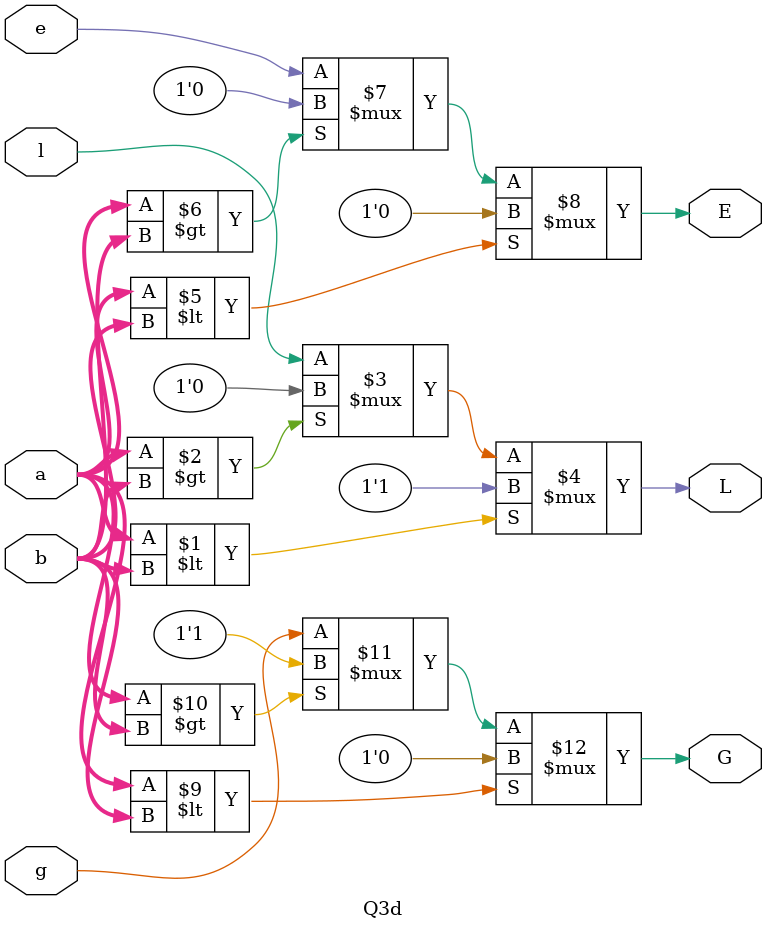
<source format=sv>
module Q3d(input [15:0]a, input [15:0]b, input l, e, g, output L, E, G);
    assign#30 L = (a<b)? 1'b1:
                (a>b)? 1'b0:l;
    assign#(320, 40) E = (a<b)? 1'b0:
                (a>b)? 1'b0:e;
    assign#30 G = (a<b)? 1'b0:
                (a>b)? 1'b1:g;
endmodule

</source>
